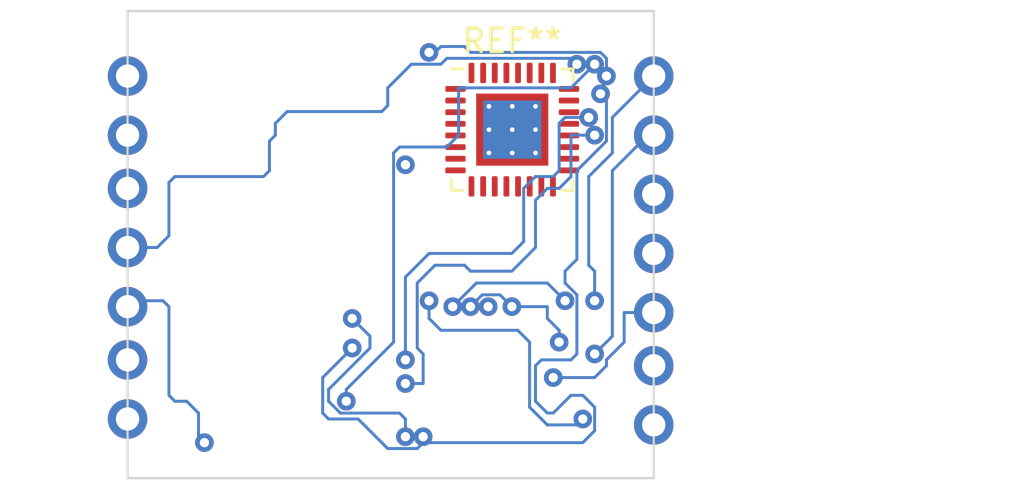
<source format=kicad_pcb>
(kicad_pcb (version 20221018) (generator pcbnew)
  (layers (0 "F.Cu" signal) (31 "B.Cu" signal) (34 "B.Paste" user) (35 "F.Paste" user) (36 "B.SilkS" user "B.Silkscreen") (37 "F.SilkS" user "F.Silkscreen") (38 "B.Mask" user) (39 "F.Mask" user) (44 "Edge.Cuts" user))
  (net 0 "")
  (footprint "Package_DFN_QFN:QFN-32-1EP_5x5mm_P0.5mm_EP3.1x3.1mm_ThermalVias" (layer "F.Cu") (at 149.936 92.332)
    (fp_text reference "REF**" (at 0 -3.82) (layer "F.SilkS"))
    (fp_text value "QFN-32-1EP_5x5mm_P0.5mm_EP3.1x3.1mm_ThermalVias")
    (fp_line (start -2.61 2.61) (end -2.61 2.135) (stroke (width 0.12)) (layer "F.SilkS"))
    (fp_line (start -2.135 -2.61) (end -2.61 -2.61) (stroke (width 0.12)) (layer "F.SilkS"))
    (fp_line (start -2.135 2.61) (end -2.61 2.61) (stroke (width 0.12)) (layer "F.SilkS"))
    (fp_line (start 2.135 -2.61) (end 2.61 -2.61) (stroke (width 0.12)) (layer "F.SilkS"))
    (fp_line (start 2.135 2.61) (end 2.61 2.61) (stroke (width 0.12)) (layer "F.SilkS"))
    (fp_line (start 2.61 -2.61) (end 2.61 -2.135) (stroke (width 0.12)) (layer "F.SilkS"))
    (fp_line (start 2.61 2.61) (end 2.61 2.135) (stroke (width 0.12)) (layer "F.SilkS"))
    (pad "1" smd roundrect (at -2.4375 -1.75) (size 0.875 0.25) (layers "F.Cu" "F.Paste" "F.Mask"))
    (pad "2" smd roundrect (at -2.4375 -1.25) (size 0.875 0.25) (layers "F.Cu" "F.Paste" "F.Mask"))
    (pad "3" smd roundrect (at -2.4375 -0.75) (size 0.875 0.25) (layers "F.Cu" "F.Paste" "F.Mask"))
    (pad "4" smd roundrect (at -2.4375 -0.25) (size 0.875 0.25) (layers "F.Cu" "F.Paste" "F.Mask"))
    (pad "5" smd roundrect (at -2.4375 0.25) (size 0.875 0.25) (layers "F.Cu" "F.Paste" "F.Mask"))
    (pad "6" smd roundrect (at -2.4375 0.75) (size 0.875 0.25) (layers "F.Cu" "F.Paste" "F.Mask"))
    (pad "7" smd roundrect (at -2.4375 1.25) (size 0.875 0.25) (layers "F.Cu" "F.Paste" "F.Mask"))
    (pad "8" smd roundrect (at -2.4375 1.75) (size 0.875 0.25) (layers "F.Cu" "F.Paste" "F.Mask"))
    (pad "9" smd roundrect (at -1.75 2.4375) (size 0.25 0.875) (layers "F.Cu" "F.Paste" "F.Mask"))
    (pad "10" smd roundrect (at -1.25 2.4375) (size 0.25 0.875) (layers "F.Cu" "F.Paste" "F.Mask"))
    (pad "11" smd roundrect (at -0.75 2.4375) (size 0.25 0.875) (layers "F.Cu" "F.Paste" "F.Mask"))
    (pad "12" smd roundrect (at -0.25 2.4375) (size 0.25 0.875) (layers "F.Cu" "F.Paste" "F.Mask"))
    (pad "13" smd roundrect (at 0.25 2.4375) (size 0.25 0.875) (layers "F.Cu" "F.Paste" "F.Mask"))
    (pad "14" smd roundrect (at 0.75 2.4375) (size 0.25 0.875) (layers "F.Cu" "F.Paste" "F.Mask"))
    (pad "15" smd roundrect (at 1.25 2.4375) (size 0.25 0.875) (layers "F.Cu" "F.Paste" "F.Mask"))
    (pad "16" smd roundrect (at 1.75 2.4375) (size 0.25 0.875) (layers "F.Cu" "F.Paste" "F.Mask"))
    (pad "17" smd roundrect (at 2.4375 1.75) (size 0.875 0.25) (layers "F.Cu" "F.Paste" "F.Mask"))
    (pad "18" smd roundrect (at 2.4375 1.25) (size 0.875 0.25) (layers "F.Cu" "F.Paste" "F.Mask"))
    (pad "19" smd roundrect (at 2.4375 0.75) (size 0.875 0.25) (layers "F.Cu" "F.Paste" "F.Mask"))
    (pad "20" smd roundrect (at 2.4375 0.25) (size 0.875 0.25) (layers "F.Cu" "F.Paste" "F.Mask"))
    (pad "21" smd roundrect (at 2.4375 -0.25) (size 0.875 0.25) (layers "F.Cu" "F.Paste" "F.Mask"))
    (pad "22" smd roundrect (at 2.4375 -0.75) (size 0.875 0.25) (layers "F.Cu" "F.Paste" "F.Mask"))
    (pad "23" smd roundrect (at 2.4375 -1.25) (size 0.875 0.25) (layers "F.Cu" "F.Paste" "F.Mask"))
    (pad "24" smd roundrect (at 2.4375 -1.75) (size 0.875 0.25) (layers "F.Cu" "F.Paste" "F.Mask"))
    (pad "25" smd roundrect (at 1.75 -2.4375) (size 0.25 0.875) (layers "F.Cu" "F.Paste" "F.Mask"))
    (pad "26" smd roundrect (at 1.25 -2.4375) (size 0.25 0.875) (layers "F.Cu" "F.Paste" "F.Mask"))
    (pad "27" smd roundrect (at 0.75 -2.4375) (size 0.25 0.875) (layers "F.Cu" "F.Paste" "F.Mask"))
    (pad "28" smd roundrect (at 0.25 -2.4375) (size 0.25 0.875) (layers "F.Cu" "F.Paste" "F.Mask"))
    (pad "29" smd roundrect (at -0.25 -2.4375) (size 0.25 0.875) (layers "F.Cu" "F.Paste" "F.Mask"))
    (pad "30" smd roundrect (at -0.75 -2.4375) (size 0.25 0.875) (layers "F.Cu" "F.Paste" "F.Mask"))
    (pad "31" smd roundrect (at -1.25 -2.4375) (size 0.25 0.875) (layers "F.Cu" "F.Paste" "F.Mask"))
    (pad "32" smd roundrect (at -1.75 -2.4375) (size 0.25 0.875) (layers "F.Cu" "F.Paste" "F.Mask"))
    (pad "33" thru_hole circle (at -1 -1) (size 0.5 0.5) (drill 0.2) (layers "*.Cu"))
    (pad "33" thru_hole circle (at -1 0) (size 0.5 0.5) (drill 0.2) (layers "*.Cu"))
    (pad "33" thru_hole circle (at -1 1) (size 0.5 0.5) (drill 0.2) (layers "*.Cu"))
    (pad "33" thru_hole circle (at 0 -1) (size 0.5 0.5) (drill 0.2) (layers "*.Cu"))
    (pad "33" thru_hole circle (at 0 0) (size 0.5 0.5) (drill 0.2) (layers "*.Cu"))
    (pad "33" smd rect (at 0 0) (size 2.5 2.5) (layers "B.Cu"))
    (pad "33" smd rect (at 0 0) (size 3.1 3.1) (layers "F.Cu" "F.Mask"))
    (pad "33" thru_hole circle (at 0 1) (size 0.5 0.5) (drill 0.2) (layers "*.Cu"))
    (pad "33" thru_hole circle (at 1 -1) (size 0.5 0.5) (drill 0.2) (layers "*.Cu"))
    (pad "33" thru_hole circle (at 1 0) (size 0.5 0.5) (drill 0.2) (layers "*.Cu"))
    (pad "33" thru_hole circle (at 1 1) (size 0.5 0.5) (drill 0.2) (layers "*.Cu"))
  )
  (gr_rect (start 133.41 87.236) (end 156.016 107.302) (stroke (width 0.1)) (fill none) (layer "Edge.Cuts"))
  (via (at 133.41 97.396) (size 1.7) (drill 1) (layers "F.Cu" "B.Cu") (net 0))
  (via (at 143.062 101.714) (size 0.8) (drill 0.4) (layers "F.Cu" "B.Cu") (net 0))
  (via (at 146.364 89.014) (size 0.8) (drill 0.4) (layers "F.Cu" "B.Cu") (net 0))
  (via (at 149.92 99.936) (size 0.8) (drill 0.4) (layers "F.Cu" "B.Cu") (net 0))
  (via (at 145.348 102.222) (size 0.8) (drill 0.4) (layers "F.Cu" "B.Cu") (net 0))
  (via (at 145.348 93.84) (size 0.8) (drill 0.4) (layers "F.Cu" "B.Cu") (net 0))
  (via (at 146.11 105.524) (size 0.8) (drill 0.4) (layers "F.Cu" "B.Cu") (net 0))
  (via (at 153.476 92.57) (size 0.8) (drill 0.4) (layers "F.Cu" "B.Cu") (net 0))
  (via (at 156.016 95.11) (size 1.7) (drill 1) (layers "F.Cu" "B.Cu") (net 0))
  (via (at 153.476 101.968) (size 0.8) (drill 0.4) (layers "F.Cu" "B.Cu") (net 0))
  (via (at 146.364 99.682) (size 0.8) (drill 0.4) (layers "F.Cu" "B.Cu") (net 0))
  (via (at 151.698 102.984) (size 0.8) (drill 0.4) (layers "F.Cu" "B.Cu") (net 0))
  (via (at 145.348 105.524) (size 0.8) (drill 0.4) (layers "F.Cu" "B.Cu") (net 0))
  (via (at 156.016 90.03) (size 1.7) (drill 1) (layers "F.Cu" "B.Cu") (net 0))
  (via (at 156.016 92.57) (size 1.7) (drill 1) (layers "F.Cu" "B.Cu") (net 0))
  (via (at 152.206 99.682) (size 0.8) (drill 0.4) (layers "F.Cu" "B.Cu") (net 0))
  (via (at 133.41 94.856) (size 1.7) (drill 1) (layers "F.Cu" "B.Cu") (net 0))
  (via (at 156.016 102.476) (size 1.7) (drill 1) (layers "F.Cu" "B.Cu") (net 0))
  (via (at 136.712 105.778) (size 0.8) (drill 0.4) (layers "F.Cu" "B.Cu") (net 0))
  (via (at 152.968 104.762) (size 0.8) (drill 0.4) (layers "F.Cu" "B.Cu") (net 0))
  (via (at 133.41 92.57) (size 1.7) (drill 1) (layers "F.Cu" "B.Cu") (net 0))
  (via (at 153.476 89.522) (size 0.8) (drill 0.4) (layers "F.Cu" "B.Cu") (net 0))
  (via (at 148.142 99.936) (size 0.8) (drill 0.4) (layers "F.Cu" "B.Cu") (net 0))
  (via (at 152.714 89.522) (size 0.8) (drill 0.4) (layers "F.Cu" "B.Cu") (net 0))
  (via (at 142.808 104) (size 0.8) (drill 0.4) (layers "F.Cu" "B.Cu") (net 0))
  (via (at 153.984 90.03) (size 0.8) (drill 0.4) (layers "F.Cu" "B.Cu") (net 0))
  (via (at 145.348 103.238) (size 0.8) (drill 0.4) (layers "F.Cu" "B.Cu") (net 0))
  (via (at 133.41 99.936) (size 1.7) (drill 1) (layers "F.Cu" "B.Cu") (net 0))
  (via (at 153.222 91.808) (size 0.8) (drill 0.4) (layers "F.Cu" "B.Cu") (net 0))
  (via (at 133.41 102.222) (size 1.7) (drill 1) (layers "F.Cu" "B.Cu") (net 0))
  (via (at 143.062 100.444) (size 0.8) (drill 0.4) (layers "F.Cu" "B.Cu") (net 0))
  (via (at 156.016 97.65) (size 1.7) (drill 1) (layers "F.Cu" "B.Cu") (net 0))
  (via (at 151.952 101.46) (size 0.8) (drill 0.4) (layers "F.Cu" "B.Cu") (net 0))
  (via (at 153.476 99.682) (size 0.8) (drill 0.4) (layers "F.Cu" "B.Cu") (net 0))
  (via (at 147.38 99.936) (size 0.8) (drill 0.4) (layers "F.Cu" "B.Cu") (net 0))
  (via (at 156.016 100.19) (size 1.7) (drill 1) (layers "F.Cu" "B.Cu") (net 0))
  (via (at 153.73 90.792) (size 0.8) (drill 0.4) (layers "F.Cu" "B.Cu") (net 0))
  (via (at 133.41 104.762) (size 1.7) (drill 1) (layers "F.Cu" "B.Cu") (net 0))
  (via (at 156.016 105.016) (size 1.7) (drill 1) (layers "F.Cu" "B.Cu") (net 0))
  (via (at 133.41 90.03) (size 1.7) (drill 1) (layers "F.Cu" "B.Cu") (net 0))
  (via (at 148.904 99.936) (size 0.8) (drill 0.4) (layers "F.Cu" "B.Cu") (net 0))
  (segment (start 146.364 105.778) (end 152.968 105.778) (width 0.127) (layer "B.Cu") (net 0))
  (segment (start 151.698 94.348) (end 150.936 94.348) (width 0.127) (layer "B.Cu") (net 0))
  (segment (start 145.094 93.078) (end 147.126 93.078) (width 0.127) (layer "B.Cu") (net 0))
  (segment (start 147.634 90.538) (end 152.46 90.538) (width 0.127) (layer "B.Cu") (net 0))
  (segment (start 139.252 94.348) (end 139.506 94.094) (width 0.127) (layer "B.Cu") (net 0))
  (segment (start 153.984 91.046) (end 153.73 90.792) (width 0.127) (layer "B.Cu") (net 0))
  (segment (start 134.68 97.396) (end 135.188 96.888) (width 0.127) (layer "B.Cu") (net 0))
  (segment (start 153.476 98.412) (end 153.476 99.682) (width 0.127) (layer "B.Cu") (net 0))
  (segment (start 144.84 93.332) (end 145.094 93.078) (width 0.127) (layer "B.Cu") (net 0))
  (segment (start 152.206 98.412) (end 152.714 97.904) (width 0.127) (layer "B.Cu") (net 0))
  (segment (start 152.714 97.904) (end 152.714 94.094) (width 0.127) (layer "B.Cu") (net 0))
  (segment (start 152.714 101.968) (end 152.714 99.428) (width 0.127) (layer "B.Cu") (net 0))
  (segment (start 139.506 94.094) (end 139.506 92.824) (width 0.127) (layer "B.Cu") (net 0))
  (segment (start 133.41 99.936) (end 133.664 99.936) (width 0.127) (layer "B.Cu") (net 0))
  (segment (start 151.952 92.062) (end 151.952 94.094) (width 0.127) (layer "B.Cu") (net 0))
  (segment (start 145.094 104.508) (end 145.348 104.762) (width 0.127) (layer "B.Cu") (net 0))
  (segment (start 146.872 88.76) (end 146.618 89.014) (width 0.127) (layer "B.Cu") (net 0))
  (segment (start 153.222 98.158) (end 153.476 98.412) (width 0.127) (layer "B.Cu") (net 0))
  (segment (start 147.888 88.76) (end 146.872 88.76) (width 0.127) (layer "B.Cu") (net 0))
  (segment (start 146.11 101.968) (end 146.11 103.238) (width 0.127) (layer "B.Cu") (net 0))
  (segment (start 142.046 104.762) (end 141.792 104.508) (width 0.127) (layer "B.Cu") (net 0))
  (segment (start 147.888 98.158) (end 146.618 98.158) (width 0.127) (layer "B.Cu") (net 0))
  (segment (start 153.222 91.808) (end 152.206 91.808) (width 0.127) (layer "B.Cu") (net 0))
  (segment (start 152.46 102.222) (end 152.714 101.968) (width 0.127) (layer "B.Cu") (net 0))
  (segment (start 145.856 101.714) (end 146.11 101.968) (width 0.127) (layer "B.Cu") (net 0))
  (segment (start 154.238 94.094) (end 154.238 101.206) (width 0.127) (layer "B.Cu") (net 0))
  (segment (start 146.11 105.778) (end 145.856 106.032) (width 0.127) (layer "B.Cu") (net 0))
  (segment (start 143.316 104.762) (end 142.046 104.762) (width 0.127) (layer "B.Cu") (net 0))
  (segment (start 144.586 91.3) (end 144.586 90.538) (width 0.127) (layer "B.Cu") (net 0))
  (segment (start 142.808 104) (end 142.808 103.492) (width 0.127) (layer "B.Cu") (net 0))
  (segment (start 148.396 98.92) (end 151.444 98.92) (width 0.127) (layer "B.Cu") (net 0))
  (segment (start 150.936 95.364) (end 150.936 97.396) (width 0.127) (layer "B.Cu") (net 0))
  (segment (start 142.046 104) (end 142.554 104.508) (width 0.127) (layer "B.Cu") (net 0))
  (segment (start 153.476 105.27) (end 153.476 104.254) (width 0.127) (layer "B.Cu") (net 0))
  (segment (start 152.714 94.094) (end 153.984 92.824) (width 0.127) (layer "B.Cu") (net 0))
  (segment (start 150.936 104) (end 150.936 102.476) (width 0.127) (layer "B.Cu") (net 0))
  (segment (start 143.824 101.206) (end 143.824 101.714) (width 0.127) (layer "B.Cu") (net 0))
  (segment (start 153.984 102.222) (end 153.984 102.476) (width 0.127) (layer "B.Cu") (net 0))
  (segment (start 145.856 98.92) (end 145.856 101.714) (width 0.127) (layer "B.Cu") (net 0))
  (segment (start 150.428 94.856) (end 150.428 97.142) (width 0.127) (layer "B.Cu") (net 0))
  (segment (start 143.062 100.444) (end 143.824 101.206) (width 0.127) (layer "B.Cu") (net 0))
  (segment (start 147.126 89.268) (end 152.46 89.268) (width 0.127) (layer "B.Cu") (net 0))
  (segment (start 146.364 99.682) (end 146.364 100.444) (width 0.127) (layer "B.Cu") (net 0))
  (segment (start 152.46 89.268) (end 152.714 89.522) (width 0.127) (layer "B.Cu") (net 0))
  (segment (start 146.872 89.522) (end 147.126 89.268) (width 0.127) (layer "B.Cu") (net 0))
  (segment (start 151.952 94.856) (end 151.444 94.856) (width 0.127) (layer "B.Cu") (net 0))
  (segment (start 146.618 89.014) (end 146.364 89.014) (width 0.127) (layer "B.Cu") (net 0))
  (segment (start 148.142 89.014) (end 147.888 88.76) (width 0.127) (layer "B.Cu") (net 0))
  (segment (start 152.46 90.538) (end 153.476 89.522) (width 0.127) (layer "B.Cu") (net 0))
  (segment (start 153.476 104.254) (end 152.968 103.746) (width 0.127) (layer "B.Cu") (net 0))
  (segment (start 150.936 102.476) (end 151.19 102.222) (width 0.127) (layer "B.Cu") (net 0))
  (segment (start 144.586 106.032) (end 143.316 104.762) (width 0.127) (layer "B.Cu") (net 0))
  (segment (start 156.016 100.19) (end 154.746 100.19) (width 0.127) (layer "B.Cu") (net 0))
  (segment (start 150.682 104.254) (end 151.444 105.016) (width 0.127) (layer "B.Cu") (net 0))
  (segment (start 151.952 100.952) (end 151.444 100.444) (width 0.127) (layer "B.Cu") (net 0))
  (segment (start 152.46 103.746) (end 151.698 104.508) (width 0.127) (layer "B.Cu") (net 0))
  (segment (start 153.984 90.03) (end 153.984 89.268) (width 0.127) (layer "B.Cu") (net 0))
  (segment (start 133.664 99.936) (end 133.918 99.682) (width 0.127) (layer "B.Cu") (net 0))
  (segment (start 152.46 94.348) (end 151.952 94.856) (width 0.127) (layer "B.Cu") (net 0))
  (segment (start 149.92 99.936) (end 149.412 99.428) (width 0.127) (layer "B.Cu") (net 0))
  (segment (start 141.792 102.984) (end 143.062 101.714) (width 0.127) (layer "B.Cu") (net 0))
  (segment (start 151.952 94.094) (end 151.698 94.348) (width 0.127) (layer "B.Cu") (net 0))
  (segment (start 151.19 102.222) (end 152.46 102.222) (width 0.127) (layer "B.Cu") (net 0))
  (segment (start 146.11 105.524) (end 146.364 105.778) (width 0.127) (layer "B.Cu") (net 0))
  (segment (start 151.698 104.508) (end 151.444 104.508) (width 0.127) (layer "B.Cu") (net 0))
  (segment (start 145.348 104.762) (end 145.348 105.524) (width 0.127) (layer "B.Cu") (net 0))
  (segment (start 134.934 99.682) (end 135.188 99.936) (width 0.127) (layer "B.Cu") (net 0))
  (segment (start 145.348 98.666) (end 145.348 102.222) (width 0.127) (layer "B.Cu") (net 0))
  (segment (start 151.444 105.016) (end 152.714 105.016) (width 0.127) (layer "B.Cu") (net 0))
  (segment (start 152.46 92.57) (end 152.46 94.348) (width 0.127) (layer "B.Cu") (net 0))
  (segment (start 146.872 100.952) (end 150.174 100.952) (width 0.127) (layer "B.Cu") (net 0))
  (segment (start 146.11 105.524) (end 146.11 105.778) (width 0.127) (layer "B.Cu") (net 0))
  (segment (start 144.586 90.538) (end 145.602 89.522) (width 0.127) (layer "B.Cu") (net 0))
  (segment (start 142.554 104.508) (end 145.094 104.508) (width 0.127) (layer "B.Cu") (net 0))
  (segment (start 146.364 97.65) (end 145.348 98.666) (width 0.127) (layer "B.Cu") (net 0))
  (segment (start 150.936 97.396) (end 149.92 98.412) (width 0.127) (layer "B.Cu") (net 0))
  (segment (start 144.84 101.46) (end 144.84 93.332) (width 0.127) (layer "B.Cu") (net 0))
  (segment (start 152.968 103.746) (end 152.46 103.746) (width 0.127) (layer "B.Cu") (net 0))
  (segment (start 146.618 98.158) (end 145.856 98.92) (width 0.127) (layer "B.Cu") (net 0))
  (segment (start 139.506 92.824) (end 139.76 92.57) (width 0.127) (layer "B.Cu") (net 0))
  (segment (start 152.714 99.428) (end 152.206 98.92) (width 0.127) (layer "B.Cu") (net 0))
  (segment (start 135.442 94.348) (end 139.252 94.348) (width 0.127) (layer "B.Cu") (net 0))
  (segment (start 150.936 94.348) (end 150.428 94.856) (width 0.127) (layer "B.Cu") (net 0))
  (segment (start 151.444 99.936) (end 149.92 99.936) (width 0.127) (layer "B.Cu") (net 0))
  (segment (start 147.38 99.936) (end 148.396 98.92) (width 0.127) (layer "B.Cu") (net 0))
  (segment (start 148.65 99.428) (end 148.142 99.936) (width 0.127) (layer "B.Cu") (net 0))
  (segment (start 145.602 89.522) (end 146.872 89.522) (width 0.127) (layer "B.Cu") (net 0))
  (segment (start 146.11 103.238) (end 145.348 103.238) (width 0.127) (layer "B.Cu") (net 0))
  (segment (start 153.222 94.348) (end 153.222 98.158) (width 0.127) (layer "B.Cu") (net 0))
  (segment (start 153.984 102.476) (end 153.476 102.984) (width 0.127) (layer "B.Cu") (net 0))
  (segment (start 153.984 89.268) (end 153.73 89.014) (width 0.127) (layer "B.Cu") (net 0))
  (segment (start 141.792 104.508) (end 141.792 102.984) (width 0.127) (layer "B.Cu") (net 0))
  (segment (start 155.762 92.57) (end 154.238 94.094) (width 0.127) (layer "B.Cu") (net 0))
  (segment (start 153.73 89.014) (end 148.142 89.014) (width 0.127) (layer "B.Cu") (net 0))
  (segment (start 142.808 103.492) (end 144.84 101.46) (width 0.127) (layer "B.Cu") (net 0))
  (segment (start 149.92 97.65) (end 146.364 97.65) (width 0.127) (layer "B.Cu") (net 0))
  (segment (start 135.188 96.888) (end 135.188 94.602) (width 0.127) (layer "B.Cu") (net 0))
  (segment (start 152.714 105.016) (end 152.968 104.762) (width 0.127) (layer "B.Cu") (net 0))
  (segment (start 151.444 104.508) (end 150.936 104) (width 0.127) (layer "B.Cu") (net 0))
  (segment (start 144.332 91.554) (end 144.586 91.3) (width 0.127) (layer "B.Cu") (net 0))
  (segment (start 152.968 105.778) (end 153.476 105.27) (width 0.127) (layer "B.Cu") (net 0))
  (segment (start 149.92 98.412) (end 148.142 98.412) (width 0.127) (layer "B.Cu") (net 0))
  (segment (start 156.016 92.57) (end 155.762 92.57) (width 0.127) (layer "B.Cu") (net 0))
  (segment (start 151.444 94.856) (end 150.936 95.364) (width 0.127) (layer "B.Cu") (net 0))
  (segment (start 145.856 106.032) (end 144.586 106.032) (width 0.127) (layer "B.Cu") (net 0))
  (segment (start 135.442 104) (end 135.95 104) (width 0.127) (layer "B.Cu") (net 0))
  (segment (start 154.746 101.46) (end 153.984 102.222) (width 0.127) (layer "B.Cu") (net 0))
  (segment (start 153.476 102.984) (end 151.698 102.984) (width 0.127) (layer "B.Cu") (net 0))
  (segment (start 143.824 101.714) (end 142.046 103.492) (width 0.127) (layer "B.Cu") (net 0))
  (segment (start 135.188 94.602) (end 135.442 94.348) (width 0.127) (layer "B.Cu") (net 0))
  (segment (start 151.952 101.46) (end 151.952 100.952) (width 0.127) (layer "B.Cu") (net 0))
  (segment (start 140.268 91.554) (end 144.332 91.554) (width 0.127) (layer "B.Cu") (net 0))
  (segment (start 151.444 98.92) (end 152.206 99.682) (width 0.127) (layer "B.Cu") (net 0))
  (segment (start 146.364 100.444) (end 146.872 100.952) (width 0.127) (layer "B.Cu") (net 0))
  (segment (start 152.206 98.92) (end 152.206 98.412) (width 0.127) (layer "B.Cu") (net 0))
  (segment (start 154.238 101.206) (end 153.476 101.968) (width 0.127) (layer "B.Cu") (net 0))
  (segment (start 142.046 103.492) (end 142.046 104) (width 0.127) (layer "B.Cu") (net 0))
  (segment (start 150.428 97.142) (end 149.92 97.65) (width 0.127) (layer "B.Cu") (net 0))
  (segment (start 152.206 91.808) (end 151.952 92.062) (width 0.127) (layer "B.Cu") (net 0))
  (segment (start 147.634 92.57) (end 147.634 90.538) (width 0.127) (layer "B.Cu") (net 0))
  (segment (start 148.142 98.412) (end 147.888 98.158) (width 0.127) (layer "B.Cu") (net 0))
  (segment (start 154.746 100.19) (end 154.746 101.46) (width 0.127) (layer "B.Cu") (net 0))
  (segment (start 153.984 92.824) (end 153.984 91.046) (width 0.127) (layer "B.Cu") (net 0))
  (segment (start 153.476 92.57) (end 152.46 92.57) (width 0.127) (layer "B.Cu") (net 0))
  (segment (start 156.016 90.03) (end 154.238 91.808) (width 0.127) (layer "B.Cu") (net 0))
  (segment (start 151.444 100.444) (end 151.444 99.936) (width 0.127) (layer "B.Cu") (net 0))
  (segment (start 136.458 104.508) (end 136.458 105.524) (width 0.127) (layer "B.Cu") (net 0))
  (segment (start 150.174 100.952) (end 150.682 101.46) (width 0.127) (layer "B.Cu") (net 0))
  (segment (start 150.682 101.46) (end 150.682 104.254) (width 0.127) (layer "B.Cu") (net 0))
  (segment (start 147.126 93.078) (end 147.634 92.57) (width 0.127) (layer "B.Cu") (net 0))
  (segment (start 149.412 99.428) (end 148.65 99.428) (width 0.127) (layer "B.Cu") (net 0))
  (segment (start 154.238 93.332) (end 153.222 94.348) (width 0.127) (layer "B.Cu") (net 0))
  (segment (start 136.458 105.524) (end 136.712 105.778) (width 0.127) (layer "B.Cu") (net 0))
  (segment (start 139.76 92.062) (end 140.268 91.554) (width 0.127) (layer "B.Cu") (net 0))
  (segment (start 133.918 99.682) (end 134.934 99.682) (width 0.127) (layer "B.Cu") (net 0))
  (segment (start 135.95 104) (end 136.458 104.508) (width 0.127) (layer "B.Cu") (net 0))
  (segment (start 154.238 91.808) (end 154.238 93.332) (width 0.127) (layer "B.Cu") (net 0))
  (segment (start 139.76 92.57) (end 139.76 92.062) (width 0.127) (layer "B.Cu") (net 0))
  (segment (start 135.188 103.746) (end 135.442 104) (width 0.127) (layer "B.Cu") (net 0))
  (segment (start 135.188 99.936) (end 135.188 103.746) (width 0.127) (layer "B.Cu") (net 0))
  (segment (start 133.41 97.396) (end 134.68 97.396) (width 0.127) (layer "B.Cu") (net 0))
)
</source>
